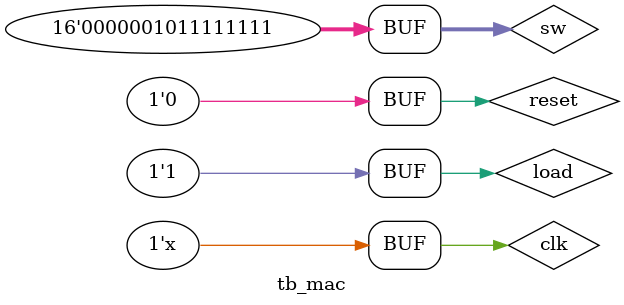
<source format=v>
`timescale 1ns / 1ps


module tb_mac(

    );
    
    reg clk = 0;
    reg load  = 0;
    reg reset = 0;
    reg [15:0] sw;
    wire done;
    wire [7:0] led;
    wire [3:0] an;
    wire [6:0] seg;
    
    mac uut(
        .clk(clk),
        .load(load),
        .reset(reset),
        .sw(sw),
        .done(done),
        .led(led),
        .an(an),
        .seg(seg));
    
    always #5 clk = ~clk;
    
    initial begin
    reset = 1;
    #100 reset = 0; sw = 16'h02FF; load = 1;
    end
endmodule

</source>
